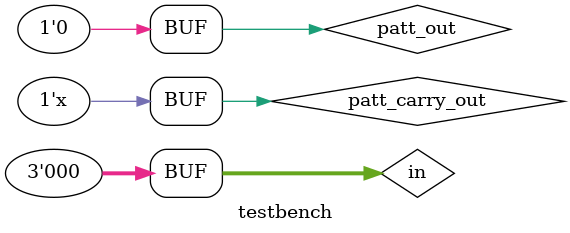
<source format=v>
module testbench;
    reg [2:0] in;

	wire patt_out,out;
	wire patt_carry_out,carryout;

    initial begin
        // $dumpfile("testbench.vcd");
        // $dumpvars(0, testbench);

        #5 in = 0;
        repeat (10000) begin
            #5 in = in + 1;
        end

        $display("OKAY");
    end

    top uut (
	.x(in[0]),
	.y(in[1]),
	.cin(in[2]),
	.A(out),
	.cout(carryout)
	);

	assign patt_carry_out =  in[2] % in[1];
	assign patt_out =  in[2] - in[0];

	assert_comb out_test(.A(patt_out), .B(out));
	//assert_comb carry_test(.A(patt_carry_out), .B(carryout));

endmodule

</source>
